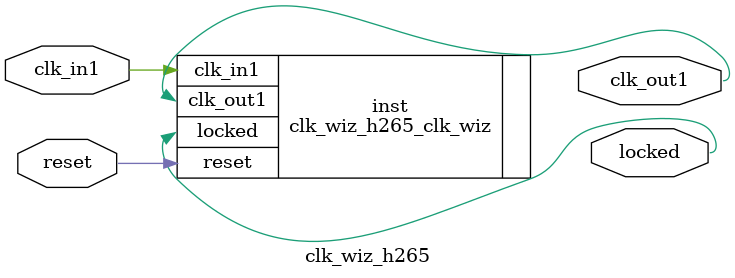
<source format=v>


`timescale 1ps/1ps

(* CORE_GENERATION_INFO = "clk_wiz_h265,clk_wiz_v5_4_3_0,{component_name=clk_wiz_h265,use_phase_alignment=true,use_min_o_jitter=false,use_max_i_jitter=false,use_dyn_phase_shift=false,use_inclk_switchover=false,use_dyn_reconfig=false,enable_axi=0,feedback_source=FDBK_AUTO,PRIMITIVE=MMCM,num_out_clk=1,clkin1_period=8.000,clkin2_period=10.000,use_power_down=false,use_reset=true,use_locked=true,use_inclk_stopped=false,feedback_type=SINGLE,CLOCK_MGR_TYPE=NA,manual_override=false}" *)

module clk_wiz_h265 
 (
  // Clock out ports
  output        clk_out1,
  // Status and control signals
  input         reset,
  output        locked,
 // Clock in ports
  input         clk_in1
 );

  clk_wiz_h265_clk_wiz inst
  (
  // Clock out ports  
  .clk_out1(clk_out1),
  // Status and control signals               
  .reset(reset), 
  .locked(locked),
 // Clock in ports
  .clk_in1(clk_in1)
  );

endmodule

</source>
